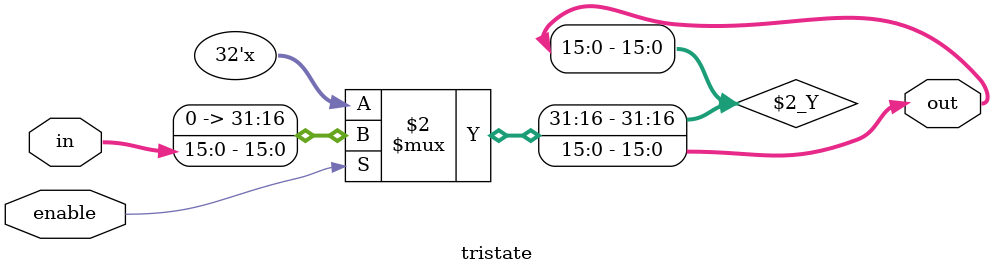
<source format=v>
`timescale 1ns / 1ps
module testbench(Go, regN, ans, clk, rst,tes);
	input regN;
	input Go,clk,rst;
	output ans;
	output tes;
	wire tes;
	assign tes = 1;
	 
  wire [1:0]Tx;
  wire [2:0]Ty;
  wire [4:0]ldr;
  wire [2:0]f_sel;
  wire bor;
  wire clk;
  wire rst;
  wire rstw;
  assign rstw=rst;
  wire [3:0] regN;
  wire [3:0] N;
  assign N = regN;
  wire Go;
  wire Gow;
  assign Gow = Go;
  wire [15:0] ans;
  wire [3:0] cstate;
  
  Control c(ldr,Tx,Ty,f_sel,cstate,bor,Gow,clk,rstw);
  Fibnogen d(N,ldr,Tx,Ty,bor,ans,f_sel);
  initial begin
	 clk=0;
    regN=10; 
    rst=1;
    #5
    rst=0;
    #5
    $display("%d %d",cstate,ans);
    Go=1;
    #100
    $display("%d %d",cstate,ans);
    #500
    $display("%d %d",cstate,ans);
  end
  
  always
    #2
    clk=~clk;
  
endmodule



module Control(ldr,Tx,Ty,fn_sel,curr_state, bo, Go, clk,rst);
  output [4:0] ldr;
  wire [4:0] ldr;
  output [1:0]Tx;
  reg [1:0]Tx;

  output [2:0] Ty;
  reg [2:0] Ty;

  output [3:0] curr_state;

  output [2:0] fn_sel;
  reg [2:0] fn_sel;

  input clk,rst;
  input bo,Go;
  wire bo, Go;

  reg[4:0] ldr_temp;
  reg[3:0] state, next_state;
  parameter SIZE = 4;
  parameter 
    S0 = 4'b0000,
    S1 = 4'b0001,  
    S2 = 4'b0010,
    S3 = 4'b0011,
    S4 = 4'b0100,
    S5 = 4'b0101, 
    S6 = 4'b0110, 
    S7 = 4'b0111,
    S8 = 4'b1000, 
    S9 = 4'b1001,
    S10 = 4'b1010, 
    S11 = 4'b1011, 
    S12 = 4'b1100, 
    S13 = 4'b1101;
  
  and a1(ldr[0],ldr_temp[0],(~clk));
  and a2(ldr[1],ldr_temp[1],(~clk));
  and a3(ldr[2],ldr_temp[2],(~clk));
  and a4(ldr[3],ldr_temp[3],(~clk));
  and a5(ldr[4],ldr_temp[4],(~clk));
  
  // defining state transitions
  always@(state or bo or Go)
    begin
      case(state)
        S0: next_state = S1;
        S1: next_state = S2;
        S2: next_state = S3;
        S3: next_state = S4;
        S4: next_state = S5;
        S5: next_state = S6;
        S6: begin  if(Go) next_state = S7;
          		else next_state = S1; end
        S7: next_state = S8;
        S8: next_state = S9;
        S9: next_state = S10;
        S10:next_state = S11;
        S11: begin if(bo) next_state = S7;
          		else next_state = S12; end
        S12: begin if(Go) next_state = S12;
          		else next_state = S13; end
        S13: next_state = S0;
        default: next_state = S0;
      endcase
    end	
	
  always@(posedge clk)
    begin
      if(rst)
        state = S0;
      else
        state = next_state;
    end

  
  always@(state)
    begin
      case(state)
        // n<= number
        S1:
          ldr_temp=5'b10000;
        // i<= 1
        S2:begin
          fn_sel = 3'b011;
          ldr_temp = 5'b00001;
        end
        S3:begin
        end
        S4:begin   // x<=1
          fn_sel =   3'b011;
          ldr_temp = 5'b01000;	
        end
        S5:begin    //y<=0
          fn_sel = 3'b010;
          ldr_temp = 5'b00100;
        end
        S6:begin   //z<=0
          fn_sel = 3'b010;	
          ldr_temp = 5'b00010;
        end	
        S7:begin  // z<= x + y  
          Tx = 2'b10;
          Ty = 3'b001;
          fn_sel = 3'b100;
          ldr_temp = 5'b00010;
        end
        S8:begin   // y<=x
          Tx = 2'b10;
          fn_sel = 3'b000;
          ldr_temp = 5'b00100;
        end
        S9: begin  // x<=z 
          Ty = 3'b010;
          fn_sel = 3'b001;
          ldr_temp = 5'b01000;
        end
        S10: 
          begin // i<= i + 1
          Ty = 3'b100;
          fn_sel = 3'b101;
          ldr_temp = 5'b00001;
        	end
        S11: begin // bo to check i<n or not
          //ldr_temp = 5'b00000;
          Tx = 2'b01;
          Ty = 3'b100;
          fn_sel = 3'b110;
          ldr_temp = 5'b00000;
        end
        S12:begin
          //over = 1;
			 end
      endcase
    end
  assign curr_state = state;
endmodule


module Fibnogen(n,ldr,Tx,Ty,bo,fib,fn_sel);
  input [3:0] n;
  input[2:0] fn_sel;
  input[4:0] ldr;
  input[2:0] Ty;
  input[1:0] Tx;
  output[15:0] fib;
  output bo;
  wire[15:0] x_bus,y_bus,z_bus;
  wire [15:0] fib;
  wire[15:0] n_tmp,x_tmp,y_tmp,i_tmp,ans_tmp;
  ALU fib_ALU(fn_sel, x_bus, y_bus, z_bus,bo);

  register N(1,{12'b000000000000,n},n_tmp,1'b0,ldr[4]);
  register x(1, z_bus, x_tmp, 1'b0,ldr[3]);
  register y(1, z_bus, y_tmp,1'b0,ldr[2]);
  register z(1, z_bus, ans_tmp, 1'b0,ldr[1]);
  register i(1, z_bus, i_tmp,1'b0, ldr[0]);

  tristate nt(Tx[0],n_tmp,x_bus);
  tristate xt(Tx[1],x_tmp,x_bus);
  tristate yt(Ty[0],y_tmp,y_bus);
  tristate zt(Ty[1],ans_tmp,y_bus);
  tristate it(Ty[2],i_tmp,y_bus);
  
  assign fib = ans_tmp;
  //always@ (ldr)
    //$display("%d",i_tmp);
endmodule



module ALU(fn_sel,x,y,z,bo);
  input[15:0] x;                           //input x
  input[15:0] y;									 //input y
  input[2:0] fn_sel;								 // select 	
  wire[2:0] fn_sel;
  output[15:0] z;									 // output z		
  output bo;										 // output borrow bo	
  wire bo;	
  reg[15:0]z;
  wire flag;										 // flag 		
  assign flag = ((~fn_sel[0])&&fn_sel[1]&&(fn_sel[2]));
  borrow bor(x,y,bo,flag);

  always @(x or y or fn_sel)
    begin
      case(fn_sel)
        3'b000:  z=x;
        3'b001:  z=y;
        3'b010:  z=0;
        3'b011:  z=1;
        3'b100:  z=x+y;
        3'b101:  z = y + 1;
        3'b110:  z = z; // for borrow, this is not loaded anywhere
      endcase
    end
endmodule


module borrow(x,y,bo,flag);
  input [15:0] x;
  input[15:0] y;
  //wire [15:0] x;
  //assign  x = x<<1;
  input flag;
  output bo;
  wire bo;
  //wire bo;
  wire [16:0]prevbo;
  wire [15:0]notx;
  wire [15:0] w2, w1, w0;
  wire negprevbo;
  assign prevbo[0]=1'b0;
  generate
    genvar i;
    for(i=0;i<16;i=i+1)
      begin: bhu
        not gate1(notx[i],x[i]);
        or gate2(w2[i],y[i],prevbo[i]);
        and gate3(w1[i],w2[i],notx[i]);
        and gate4(w0[i],y[i],prevbo[i]);
        or gate5(prevbo[i+1],w0[i],w1[i]);
      end
  endgenerate
  not notbo_gate(negprevbo,prevbo[16]);
  and final(bo,flag,negprevbo);
  
  /*always @( x or y or flag)
    begin
      if(flag && x < y)
        bo = 1'b1;
      else
        bo = 1'b0;
    end*/
endmodule



module register( load, in, out, rst, clk);

  input[15:0] in;
  output[15:0] out;
  input load,rst,clk;
  reg[15:0] out;

  always @( posedge rst or posedge clk)
		begin
          if( rst == 1)
			out = 0;
          else
              if(load == 1)
					out = in;
		end	
endmodule



module tristate(enable,in,out);

	input [15:0] in;
	output [15:0] out;
	input enable;
	wire [15:0] out;
	assign out = enable?in:'bz;
endmodule

</source>
